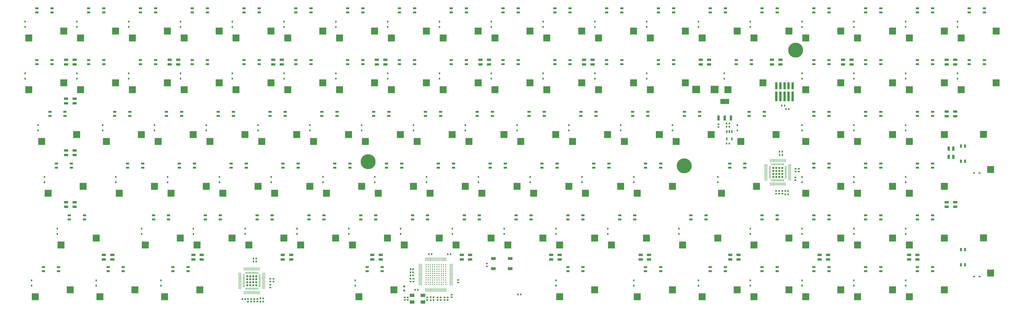
<source format=gbr>
G04 #@! TF.GenerationSoftware,KiCad,Pcbnew,(6.0.0-rc1-dev-711-gaf8715da8)*
G04 #@! TF.CreationDate,2018-11-26T01:45:55-05:00*
G04 #@! TF.ProjectId,Kira,4B6972612E6B696361645F7063620000,1.02c*
G04 #@! TF.SameCoordinates,Original*
G04 #@! TF.FileFunction,Paste,Bot*
G04 #@! TF.FilePolarity,Positive*
%FSLAX46Y46*%
G04 Gerber Fmt 4.6, Leading zero omitted, Abs format (unit mm)*
G04 Created by KiCad (PCBNEW (6.0.0-rc1-dev-711-gaf8715da8)) date 11/26/2018 1:45:55 AM*
%MOMM*%
%LPD*%
G01*
G04 APERTURE LIST*
%ADD10R,2.540000X2.540000*%
%ADD11R,1.470000X0.270000*%
%ADD12R,0.270000X1.470000*%
%ADD13C,0.370000*%
%ADD14C,5.500000*%
%ADD15R,1.300000X0.250000*%
%ADD16R,0.250000X1.300000*%
%ADD17R,0.660000X0.660000*%
%ADD18R,0.200000X0.750000*%
%ADD19R,0.750000X0.200000*%
%ADD20R,1.500000X0.900000*%
%ADD21R,0.900000X1.500000*%
%ADD22R,0.650000X0.600000*%
%ADD23R,0.600000X0.650000*%
%ADD24R,0.800000X1.244600*%
%ADD25R,1.244600X0.800000*%
%ADD26R,0.800000X0.500000*%
%ADD27R,0.500000X0.800000*%
%ADD28R,2.948940X2.700020*%
%ADD29R,0.797560X0.797560*%
%ADD30R,0.850000X3.550000*%
%ADD31R,0.850000X2.650000*%
%ADD32R,1.800000X1.100000*%
%ADD33R,0.950000X1.900000*%
%ADD34R,3.250000X1.900000*%
%ADD35R,0.550000X1.000000*%
%ADD36R,1.800000X1.200000*%
G04 APERTURE END LIST*
D10*
G04 #@! TO.C,S99*
X359310000Y-152718000D03*
X372210000Y-150114500D03*
G04 #@! TD*
G04 #@! TO.C,S98*
X340260000Y-152718000D03*
X353160000Y-150114500D03*
G04 #@! TD*
G04 #@! TO.C,S97*
X321210000Y-152718000D03*
X334110000Y-150114500D03*
G04 #@! TD*
G04 #@! TO.C,S96*
X302160000Y-152718000D03*
X315060000Y-150114500D03*
G04 #@! TD*
G04 #@! TO.C,S95*
X283110000Y-152718000D03*
X296010000Y-150114500D03*
G04 #@! TD*
G04 #@! TO.C,S94*
X259297000Y-152718000D03*
X272197000Y-150114500D03*
G04 #@! TD*
G04 #@! TO.C,S93*
X230723000Y-152718000D03*
X243623000Y-150114500D03*
G04 #@! TD*
G04 #@! TO.C,S92*
X156904000Y-152718000D03*
X169804000Y-150114500D03*
G04 #@! TD*
G04 #@! TO.C,S91*
X85466200Y-152718000D03*
X98366200Y-150114500D03*
G04 #@! TD*
G04 #@! TO.C,S90*
X61653800Y-152718000D03*
X74553800Y-150114500D03*
G04 #@! TD*
G04 #@! TO.C,S89*
X37841200Y-152718000D03*
X50741200Y-150114500D03*
G04 #@! TD*
G04 #@! TO.C,S88*
X389255000Y-143927000D03*
X386651500Y-131027000D03*
G04 #@! TD*
G04 #@! TO.C,S87*
X359310000Y-133668000D03*
X372210000Y-131064500D03*
G04 #@! TD*
G04 #@! TO.C,S86*
X340260000Y-133668000D03*
X353160000Y-131064500D03*
G04 #@! TD*
G04 #@! TO.C,S85*
X321210000Y-133668000D03*
X334110000Y-131064500D03*
G04 #@! TD*
G04 #@! TO.C,S84*
X302160000Y-133668000D03*
X315060000Y-131064500D03*
G04 #@! TD*
G04 #@! TO.C,S83*
X275966000Y-133668000D03*
X288866000Y-131064500D03*
G04 #@! TD*
G04 #@! TO.C,S82*
X249773000Y-133668000D03*
X262673000Y-131064500D03*
G04 #@! TD*
G04 #@! TO.C,S81*
X230723000Y-133668000D03*
X243623000Y-131064500D03*
G04 #@! TD*
G04 #@! TO.C,S80*
X224573000Y-131064500D03*
X211673000Y-133668000D03*
G04 #@! TD*
G04 #@! TO.C,S79*
X205523000Y-131064500D03*
X192623000Y-133668000D03*
G04 #@! TD*
G04 #@! TO.C,S78*
X186473000Y-131064500D03*
X173573000Y-133668000D03*
G04 #@! TD*
G04 #@! TO.C,S77*
X167423000Y-131064500D03*
X154523000Y-133668000D03*
G04 #@! TD*
G04 #@! TO.C,S76*
X135473000Y-133668000D03*
X148373000Y-131064500D03*
G04 #@! TD*
G04 #@! TO.C,S75*
X116423000Y-133668000D03*
X129323000Y-131064500D03*
G04 #@! TD*
G04 #@! TO.C,S74*
X97373000Y-133668000D03*
X110273000Y-131064500D03*
G04 #@! TD*
G04 #@! TO.C,S73*
X78322500Y-133668000D03*
X91222500Y-131064500D03*
G04 #@! TD*
G04 #@! TO.C,S72*
X47366200Y-133668000D03*
X60266200Y-131064500D03*
G04 #@! TD*
G04 #@! TO.C,S71*
X359310000Y-114618000D03*
X372210000Y-112014500D03*
G04 #@! TD*
G04 #@! TO.C,S70*
X340260000Y-114618000D03*
X353160000Y-112014500D03*
G04 #@! TD*
G04 #@! TO.C,S69*
X321210000Y-114618000D03*
X334110000Y-112014500D03*
G04 #@! TD*
G04 #@! TO.C,S68*
X290254000Y-114618000D03*
X303154000Y-112014500D03*
G04 #@! TD*
G04 #@! TO.C,S67*
X259297000Y-114618000D03*
X272197000Y-112014500D03*
G04 #@! TD*
G04 #@! TO.C,S66*
X240247000Y-114618000D03*
X253147000Y-112014500D03*
G04 #@! TD*
G04 #@! TO.C,S65*
X221197000Y-114618000D03*
X234097000Y-112014500D03*
G04 #@! TD*
G04 #@! TO.C,S64*
X202147000Y-114618000D03*
X215047000Y-112014500D03*
G04 #@! TD*
G04 #@! TO.C,S63*
X195997000Y-112014500D03*
X183097000Y-114618000D03*
G04 #@! TD*
G04 #@! TO.C,S62*
X164047000Y-114618000D03*
X176947000Y-112014500D03*
G04 #@! TD*
G04 #@! TO.C,S61*
X144997000Y-114618000D03*
X157897000Y-112014500D03*
G04 #@! TD*
G04 #@! TO.C,S60*
X125947000Y-114618000D03*
X138847000Y-112014500D03*
G04 #@! TD*
G04 #@! TO.C,S59*
X106897000Y-114618000D03*
X119797000Y-112014500D03*
G04 #@! TD*
G04 #@! TO.C,S58*
X87847500Y-114618000D03*
X100747500Y-112014500D03*
G04 #@! TD*
G04 #@! TO.C,S57*
X68797500Y-114618000D03*
X81697500Y-112014500D03*
G04 #@! TD*
G04 #@! TO.C,S56*
X42603800Y-114618000D03*
X55503800Y-112014500D03*
G04 #@! TD*
G04 #@! TO.C,S55*
X389255000Y-105827000D03*
X386651500Y-92927000D03*
G04 #@! TD*
G04 #@! TO.C,S54*
X359310000Y-95567500D03*
X372210000Y-92964000D03*
G04 #@! TD*
G04 #@! TO.C,S53*
X340260000Y-95567500D03*
X353160000Y-92964000D03*
G04 #@! TD*
G04 #@! TO.C,S52*
X321210000Y-95567500D03*
X334110000Y-92964000D03*
G04 #@! TD*
G04 #@! TO.C,S51*
X297397000Y-95567500D03*
X310297000Y-92964000D03*
G04 #@! TD*
G04 #@! TO.C,S50*
X273585000Y-95567500D03*
X286485000Y-92964000D03*
G04 #@! TD*
G04 #@! TO.C,S49*
X254535000Y-95567500D03*
X267435000Y-92964000D03*
G04 #@! TD*
G04 #@! TO.C,S48*
X235485000Y-95567500D03*
X248385000Y-92964000D03*
G04 #@! TD*
G04 #@! TO.C,S47*
X216435000Y-95567500D03*
X229335000Y-92964000D03*
G04 #@! TD*
G04 #@! TO.C,S46*
X197385000Y-95567500D03*
X210285000Y-92964000D03*
G04 #@! TD*
G04 #@! TO.C,S45*
X178335000Y-95567500D03*
X191235000Y-92964000D03*
G04 #@! TD*
G04 #@! TO.C,S44*
X159285000Y-95567500D03*
X172185000Y-92964000D03*
G04 #@! TD*
G04 #@! TO.C,S43*
X140235000Y-95567500D03*
X153135000Y-92964000D03*
G04 #@! TD*
G04 #@! TO.C,S42*
X121185000Y-95567500D03*
X134085000Y-92964000D03*
G04 #@! TD*
G04 #@! TO.C,S41*
X102135000Y-95567500D03*
X115035000Y-92964000D03*
G04 #@! TD*
G04 #@! TO.C,S40*
X83085000Y-95567500D03*
X95985000Y-92964000D03*
G04 #@! TD*
G04 #@! TO.C,S39*
X64035000Y-95567500D03*
X76935000Y-92964000D03*
G04 #@! TD*
G04 #@! TO.C,S38*
X40222500Y-95567500D03*
X53122500Y-92964000D03*
G04 #@! TD*
G04 #@! TO.C,S37*
X378360000Y-76517500D03*
X391260000Y-73914000D03*
G04 #@! TD*
G04 #@! TO.C,S36*
X359310000Y-76517500D03*
X372210000Y-73914000D03*
G04 #@! TD*
G04 #@! TO.C,S35*
X340260000Y-76517500D03*
X353160000Y-73914000D03*
G04 #@! TD*
G04 #@! TO.C,S34*
X321210000Y-76517500D03*
X334110000Y-73914000D03*
G04 #@! TD*
G04 #@! TO.C,S33*
X292635000Y-76517500D03*
X305535000Y-73914000D03*
G04 #@! TD*
G04 #@! TO.C,S32*
X264060000Y-76517500D03*
X276960000Y-73914000D03*
G04 #@! TD*
G04 #@! TO.C,S31*
X245010000Y-76517500D03*
X257910000Y-73914000D03*
G04 #@! TD*
G04 #@! TO.C,S30*
X225960000Y-76517500D03*
X238860000Y-73914000D03*
G04 #@! TD*
G04 #@! TO.C,S29*
X206910000Y-76517500D03*
X219810000Y-73914000D03*
G04 #@! TD*
G04 #@! TO.C,S28*
X187860000Y-76517500D03*
X200760000Y-73914000D03*
G04 #@! TD*
G04 #@! TO.C,S27*
X168810000Y-76517500D03*
X181710000Y-73914000D03*
G04 #@! TD*
G04 #@! TO.C,S26*
X149760000Y-76517500D03*
X162660000Y-73914000D03*
G04 #@! TD*
G04 #@! TO.C,S25*
X130710000Y-76517500D03*
X143610000Y-73914000D03*
G04 #@! TD*
G04 #@! TO.C,S24*
X111660000Y-76517500D03*
X124560000Y-73914000D03*
G04 #@! TD*
G04 #@! TO.C,S23*
X92610000Y-76517500D03*
X105510000Y-73914000D03*
G04 #@! TD*
G04 #@! TO.C,S22*
X73560000Y-76517500D03*
X86460000Y-73914000D03*
G04 #@! TD*
G04 #@! TO.C,S21*
X54510000Y-76517500D03*
X67410000Y-73914000D03*
G04 #@! TD*
G04 #@! TO.C,S20*
X35460000Y-76517500D03*
X48360000Y-73914000D03*
G04 #@! TD*
G04 #@! TO.C,S19*
X378360000Y-57467500D03*
X391260000Y-54864000D03*
G04 #@! TD*
G04 #@! TO.C,S18*
X359310000Y-57467500D03*
X372210000Y-54864000D03*
G04 #@! TD*
G04 #@! TO.C,S17*
X340260000Y-57467500D03*
X353160000Y-54864000D03*
G04 #@! TD*
G04 #@! TO.C,S16*
X321210000Y-57467500D03*
X334110000Y-54864000D03*
G04 #@! TD*
G04 #@! TO.C,S15*
X302160000Y-57467500D03*
X315060000Y-54864000D03*
G04 #@! TD*
G04 #@! TO.C,S14*
X283110000Y-57467500D03*
X296010000Y-54864000D03*
G04 #@! TD*
G04 #@! TO.C,S13*
X264060000Y-57467500D03*
X276960000Y-54864000D03*
G04 #@! TD*
G04 #@! TO.C,S12*
X245010000Y-57467500D03*
X257910000Y-54864000D03*
G04 #@! TD*
G04 #@! TO.C,S11*
X225960000Y-57467500D03*
X238860000Y-54864000D03*
G04 #@! TD*
G04 #@! TO.C,S10*
X206910000Y-57467500D03*
X219810000Y-54864000D03*
G04 #@! TD*
G04 #@! TO.C,S9*
X187860000Y-57467500D03*
X200760000Y-54864000D03*
G04 #@! TD*
G04 #@! TO.C,S8*
X168810000Y-57467500D03*
X181710000Y-54864000D03*
G04 #@! TD*
G04 #@! TO.C,S7*
X149760000Y-57467500D03*
X162660000Y-54864000D03*
G04 #@! TD*
G04 #@! TO.C,S6*
X130710000Y-57467500D03*
X143610000Y-54864000D03*
G04 #@! TD*
G04 #@! TO.C,S5*
X111660000Y-57467500D03*
X124560000Y-54864000D03*
G04 #@! TD*
G04 #@! TO.C,S4*
X92610000Y-57467500D03*
X105510000Y-54864000D03*
G04 #@! TD*
G04 #@! TO.C,S3*
X73560000Y-57467500D03*
X86460000Y-54864000D03*
G04 #@! TD*
G04 #@! TO.C,S2*
X54510000Y-57467500D03*
X67410000Y-54864000D03*
G04 #@! TD*
G04 #@! TO.C,S1*
X35460000Y-57467500D03*
X48360000Y-54864000D03*
G04 #@! TD*
D11*
G04 #@! TO.C,U1*
X179528000Y-148271000D03*
X179528000Y-147771000D03*
X179528000Y-147271000D03*
X179528000Y-146771000D03*
X179528000Y-146271000D03*
X179528000Y-145771000D03*
X179528000Y-145271000D03*
X179528000Y-144771000D03*
X179528000Y-144271000D03*
X179528000Y-143771000D03*
X179528000Y-143271000D03*
X179528000Y-142771000D03*
X179528000Y-142271000D03*
X179528000Y-141771000D03*
X179528000Y-141271000D03*
X179528000Y-140771000D03*
D12*
X181448000Y-138851000D03*
X181948000Y-138851000D03*
X182448000Y-138851000D03*
X182948000Y-138851000D03*
X183448000Y-138851000D03*
X183948000Y-138851000D03*
X184448000Y-138851000D03*
X184948000Y-138851000D03*
X185448000Y-138851000D03*
X185948000Y-138851000D03*
X186448000Y-138851000D03*
X186948000Y-138851000D03*
X187448000Y-138851000D03*
X187948000Y-138851000D03*
X188448000Y-138851000D03*
X188948000Y-138851000D03*
D11*
X190868000Y-140771000D03*
X190868000Y-141271000D03*
X190868000Y-141771000D03*
X190868000Y-142271000D03*
X190868000Y-142771000D03*
X190868000Y-143271000D03*
X190868000Y-143771000D03*
X190868000Y-144271000D03*
X190868000Y-144771000D03*
X190868000Y-145271000D03*
X190868000Y-145771000D03*
X190868000Y-146271000D03*
X190868000Y-146771000D03*
X190868000Y-147271000D03*
X190868000Y-147771000D03*
X190868000Y-148271000D03*
D12*
X188948000Y-150191000D03*
X188448000Y-150191000D03*
X187948000Y-150191000D03*
X187448000Y-150191000D03*
X186948000Y-150191000D03*
X186448000Y-150191000D03*
X185948000Y-150191000D03*
X185448000Y-150191000D03*
X184948000Y-150191000D03*
X184448000Y-150191000D03*
X183948000Y-150191000D03*
X183448000Y-150191000D03*
X182948000Y-150191000D03*
X182448000Y-150191000D03*
X181948000Y-150191000D03*
X181448000Y-150191000D03*
D13*
X181598000Y-148121000D03*
X181598000Y-147321000D03*
X181598000Y-146521000D03*
X181598000Y-145721000D03*
X181598000Y-144921000D03*
X181598000Y-144121000D03*
X181598000Y-143321000D03*
X181598000Y-142521000D03*
X181598000Y-141721000D03*
X181598000Y-140921000D03*
X182398000Y-148121000D03*
X182398000Y-147321000D03*
X182398000Y-146521000D03*
X182398000Y-145721000D03*
X182398000Y-144921000D03*
X182398000Y-144121000D03*
X182398000Y-143321000D03*
X182398000Y-142521000D03*
X182398000Y-141721000D03*
X182398000Y-140921000D03*
X183198000Y-148121000D03*
X183198000Y-147321000D03*
X183198000Y-146521000D03*
X183198000Y-145721000D03*
X183198000Y-144921000D03*
X183198000Y-144121000D03*
X183198000Y-143321000D03*
X183198000Y-142521000D03*
X183198000Y-141721000D03*
X183198000Y-140921000D03*
X183998000Y-148121000D03*
X183998000Y-147321000D03*
X183998000Y-146521000D03*
X183998000Y-145721000D03*
X183998000Y-144921000D03*
X183998000Y-144121000D03*
X183998000Y-143321000D03*
X183998000Y-142521000D03*
X183998000Y-141721000D03*
X183998000Y-140921000D03*
X184798000Y-148121000D03*
X184798000Y-147321000D03*
X184798000Y-146521000D03*
X184798000Y-145721000D03*
X184798000Y-144921000D03*
X184798000Y-144121000D03*
X184798000Y-143321000D03*
X184798000Y-142521000D03*
X184798000Y-141721000D03*
X184798000Y-140921000D03*
X185598000Y-148121000D03*
X185598000Y-147321000D03*
X185598000Y-146521000D03*
X185598000Y-145721000D03*
X185598000Y-144921000D03*
X185598000Y-144121000D03*
X185598000Y-143321000D03*
X185598000Y-142521000D03*
X185598000Y-141721000D03*
X185598000Y-140921000D03*
X186398000Y-148121000D03*
X186398000Y-147321000D03*
X186398000Y-146521000D03*
X186398000Y-145721000D03*
X186398000Y-144921000D03*
X186398000Y-144121000D03*
X186398000Y-143321000D03*
X186398000Y-142521000D03*
X186398000Y-141721000D03*
X186398000Y-140921000D03*
X187198000Y-148121000D03*
X187198000Y-147321000D03*
X187198000Y-146521000D03*
X187198000Y-145721000D03*
X187198000Y-144921000D03*
X187198000Y-144121000D03*
X187198000Y-143321000D03*
X187198000Y-142521000D03*
X187198000Y-141721000D03*
X187198000Y-140921000D03*
X187998000Y-148121000D03*
X187998000Y-147321000D03*
X187998000Y-146521000D03*
X187998000Y-145721000D03*
X187998000Y-144921000D03*
X187998000Y-144121000D03*
X187998000Y-143321000D03*
X187998000Y-142521000D03*
X187998000Y-141721000D03*
X187998000Y-140921000D03*
X188798000Y-148121000D03*
X188798000Y-147321000D03*
X188798000Y-146521000D03*
X188798000Y-145721000D03*
X188798000Y-144921000D03*
X188798000Y-144121000D03*
X188798000Y-143321000D03*
X188798000Y-142521000D03*
X188798000Y-141721000D03*
X188798000Y-140921000D03*
G04 #@! TD*
D14*
G04 #@! TO.C,MH1*
X160312000Y-103022000D03*
G04 #@! TD*
G04 #@! TO.C,MH2*
X276555000Y-104508000D03*
G04 #@! TD*
D15*
G04 #@! TO.C,U3*
X306590000Y-108637000D03*
X306590000Y-109637000D03*
X306590000Y-109137000D03*
X306590000Y-108137000D03*
X306590000Y-107637000D03*
X306590000Y-107137000D03*
X306590000Y-104137000D03*
X306590000Y-104637000D03*
X306590000Y-105137000D03*
X306590000Y-106137000D03*
X306590000Y-106637000D03*
X306590000Y-105637000D03*
D16*
X309690000Y-111237000D03*
X310690000Y-111237000D03*
X310190000Y-111237000D03*
X309190000Y-111237000D03*
X308690000Y-111237000D03*
X308190000Y-111237000D03*
X311190000Y-111237000D03*
X311690000Y-111237000D03*
X312190000Y-111237000D03*
X313190000Y-111237000D03*
X313690000Y-111237000D03*
X312690000Y-111237000D03*
D15*
X315290000Y-105637000D03*
X315290000Y-106637000D03*
X315290000Y-106137000D03*
X315290000Y-105137000D03*
X315290000Y-104637000D03*
X315290000Y-104137000D03*
X315290000Y-107137000D03*
X315290000Y-107637000D03*
X315290000Y-108137000D03*
X315290000Y-109137000D03*
X315290000Y-109637000D03*
X315290000Y-108637000D03*
D16*
X312690000Y-102537000D03*
X313690000Y-102537000D03*
X313190000Y-102537000D03*
X312190000Y-102537000D03*
X311690000Y-102537000D03*
X311190000Y-102537000D03*
X308190000Y-102537000D03*
X308690000Y-102537000D03*
X309190000Y-102537000D03*
X310190000Y-102537000D03*
X310690000Y-102537000D03*
X309690000Y-102537000D03*
D17*
X312590000Y-108537000D03*
X311490000Y-108537000D03*
X309290000Y-108537000D03*
X310390000Y-108537000D03*
D18*
X308740000Y-109812000D03*
X309140000Y-109812000D03*
X309540000Y-109812000D03*
X309940000Y-109812000D03*
X310340000Y-109812000D03*
X310740000Y-109812000D03*
X311140000Y-109812000D03*
X311540000Y-109812000D03*
X311940000Y-109812000D03*
X312340000Y-109812000D03*
X312740000Y-109812000D03*
X313140000Y-109812000D03*
D19*
X313865000Y-107487000D03*
X313865000Y-107087000D03*
X313865000Y-106687000D03*
X313865000Y-106287000D03*
X313865000Y-105887000D03*
X313865000Y-105487000D03*
X313865000Y-105087000D03*
X313865000Y-104687000D03*
D18*
X309940000Y-103962000D03*
X309540000Y-103962000D03*
X309140000Y-103962000D03*
X308740000Y-103962000D03*
X313140000Y-103962000D03*
X312740000Y-103962000D03*
X312340000Y-103962000D03*
X311940000Y-103962000D03*
X311540000Y-103962000D03*
X311140000Y-103962000D03*
X310740000Y-103962000D03*
X310340000Y-103962000D03*
D19*
X313865000Y-109087000D03*
X313865000Y-108687000D03*
X313865000Y-108287000D03*
X313865000Y-107887000D03*
X308015000Y-104687000D03*
X308015000Y-105087000D03*
X308015000Y-105487000D03*
X308015000Y-105887000D03*
X308015000Y-106287000D03*
X308015000Y-106687000D03*
X308015000Y-107087000D03*
X308015000Y-107487000D03*
X308015000Y-107887000D03*
X308015000Y-108287000D03*
X308015000Y-108687000D03*
X308015000Y-109087000D03*
D17*
X310390000Y-107437000D03*
X309290000Y-107437000D03*
X311490000Y-107437000D03*
X312590000Y-107437000D03*
X312590000Y-105237000D03*
X311490000Y-105237000D03*
X309290000Y-105237000D03*
X310390000Y-105237000D03*
X310390000Y-106337000D03*
X309290000Y-106337000D03*
X311490000Y-106337000D03*
X312590000Y-106337000D03*
G04 #@! TD*
D15*
G04 #@! TO.C,U2*
X113153000Y-148540000D03*
X113153000Y-149540000D03*
X113153000Y-149040000D03*
X113153000Y-148040000D03*
X113153000Y-147540000D03*
X113153000Y-147040000D03*
X113153000Y-144040000D03*
X113153000Y-144540000D03*
X113153000Y-145040000D03*
X113153000Y-146040000D03*
X113153000Y-146540000D03*
X113153000Y-145540000D03*
D16*
X116253000Y-151140000D03*
X117253000Y-151140000D03*
X116753000Y-151140000D03*
X115753000Y-151140000D03*
X115253000Y-151140000D03*
X114753000Y-151140000D03*
X117753000Y-151140000D03*
X118253000Y-151140000D03*
X118753000Y-151140000D03*
X119753000Y-151140000D03*
X120253000Y-151140000D03*
X119253000Y-151140000D03*
D15*
X121853000Y-145540000D03*
X121853000Y-146540000D03*
X121853000Y-146040000D03*
X121853000Y-145040000D03*
X121853000Y-144540000D03*
X121853000Y-144040000D03*
X121853000Y-147040000D03*
X121853000Y-147540000D03*
X121853000Y-148040000D03*
X121853000Y-149040000D03*
X121853000Y-149540000D03*
X121853000Y-148540000D03*
D16*
X119253000Y-142440000D03*
X120253000Y-142440000D03*
X119753000Y-142440000D03*
X118753000Y-142440000D03*
X118253000Y-142440000D03*
X117753000Y-142440000D03*
X114753000Y-142440000D03*
X115253000Y-142440000D03*
X115753000Y-142440000D03*
X116753000Y-142440000D03*
X117253000Y-142440000D03*
X116253000Y-142440000D03*
D17*
X119153000Y-148440000D03*
X118053000Y-148440000D03*
X115853000Y-148440000D03*
X116953000Y-148440000D03*
D18*
X115303000Y-149715000D03*
X115703000Y-149715000D03*
X116103000Y-149715000D03*
X116503000Y-149715000D03*
X116903000Y-149715000D03*
X117303000Y-149715000D03*
X117703000Y-149715000D03*
X118103000Y-149715000D03*
X118503000Y-149715000D03*
X118903000Y-149715000D03*
X119303000Y-149715000D03*
X119703000Y-149715000D03*
D19*
X120428000Y-147390000D03*
X120428000Y-146990000D03*
X120428000Y-146590000D03*
X120428000Y-146190000D03*
X120428000Y-145790000D03*
X120428000Y-145390000D03*
X120428000Y-144990000D03*
X120428000Y-144590000D03*
D18*
X116503000Y-143865000D03*
X116103000Y-143865000D03*
X115703000Y-143865000D03*
X115303000Y-143865000D03*
X119703000Y-143865000D03*
X119303000Y-143865000D03*
X118903000Y-143865000D03*
X118503000Y-143865000D03*
X118103000Y-143865000D03*
X117703000Y-143865000D03*
X117303000Y-143865000D03*
X116903000Y-143865000D03*
D19*
X120428000Y-148990000D03*
X120428000Y-148590000D03*
X120428000Y-148190000D03*
X120428000Y-147790000D03*
X114578000Y-144590000D03*
X114578000Y-144990000D03*
X114578000Y-145390000D03*
X114578000Y-145790000D03*
X114578000Y-146190000D03*
X114578000Y-146590000D03*
X114578000Y-146990000D03*
X114578000Y-147390000D03*
X114578000Y-147790000D03*
X114578000Y-148190000D03*
X114578000Y-148590000D03*
X114578000Y-148990000D03*
D17*
X116953000Y-147340000D03*
X115853000Y-147340000D03*
X118053000Y-147340000D03*
X119153000Y-147340000D03*
X119153000Y-145140000D03*
X118053000Y-145140000D03*
X115853000Y-145140000D03*
X116953000Y-145140000D03*
X116953000Y-146240000D03*
X115853000Y-146240000D03*
X118053000Y-146240000D03*
X119153000Y-146240000D03*
G04 #@! TD*
D20*
G04 #@! TO.C,LED89*
X194723000Y-137262000D03*
X194723000Y-138962000D03*
X197823000Y-138962000D03*
X197823000Y-137262000D03*
G04 #@! TD*
G04 #@! TO.C,LED85*
X96009100Y-137262000D03*
X96009100Y-138962000D03*
X99109100Y-138962000D03*
X99109100Y-137262000D03*
G04 #@! TD*
D14*
G04 #@! TO.C,MH3*
X317500000Y-61912500D03*
G04 #@! TD*
D20*
G04 #@! TO.C,LED115*
X239750000Y-67207500D03*
X239750000Y-65507500D03*
X242850000Y-65507500D03*
X242850000Y-67207500D03*
G04 #@! TD*
G04 #@! TO.C,LED120*
X308806000Y-67207500D03*
X308806000Y-65507500D03*
X311906000Y-65507500D03*
X311906000Y-67207500D03*
G04 #@! TD*
G04 #@! TO.C,LED30*
X201650000Y-67207500D03*
X201650000Y-65507500D03*
X204750000Y-65507500D03*
X204750000Y-67207500D03*
G04 #@! TD*
G04 #@! TO.C,LED88*
X164918000Y-137262000D03*
X164918000Y-138962000D03*
X161818000Y-138962000D03*
X161818000Y-137262000D03*
G04 #@! TD*
G04 #@! TO.C,LED118*
X282612000Y-67207500D03*
X282612000Y-65507500D03*
X285712000Y-65507500D03*
X285712000Y-67207500D03*
G04 #@! TD*
G04 #@! TO.C,LED27*
X163550000Y-67207500D03*
X163550000Y-65507500D03*
X166650000Y-65507500D03*
X166650000Y-67207500D03*
G04 #@! TD*
G04 #@! TO.C,LED92*
X263632000Y-137262000D03*
X263632000Y-138962000D03*
X260532000Y-138962000D03*
X260532000Y-137262000D03*
G04 #@! TD*
G04 #@! TO.C,LED86*
X128914000Y-138962000D03*
X128914000Y-137262000D03*
X132014000Y-137262000D03*
X132014000Y-138962000D03*
G04 #@! TD*
G04 #@! TO.C,LED122*
X335000000Y-67207500D03*
X335000000Y-65507500D03*
X338100000Y-65507500D03*
X338100000Y-67207500D03*
G04 #@! TD*
G04 #@! TO.C,LED24*
X125450000Y-67207500D03*
X125450000Y-65507500D03*
X128550000Y-65507500D03*
X128550000Y-67207500D03*
G04 #@! TD*
G04 #@! TO.C,LED95*
X293436000Y-138962000D03*
X293436000Y-137262000D03*
X296536000Y-137262000D03*
X296536000Y-138962000D03*
G04 #@! TD*
G04 #@! TO.C,LED90*
X227627000Y-138962000D03*
X227627000Y-137262000D03*
X230727000Y-137262000D03*
X230727000Y-138962000D03*
G04 #@! TD*
G04 #@! TO.C,LED113*
X373100000Y-67207500D03*
X373100000Y-65507500D03*
X376200000Y-65507500D03*
X376200000Y-67207500D03*
G04 #@! TD*
G04 #@! TO.C,LED21*
X87350000Y-67207500D03*
X87350000Y-65507500D03*
X90450000Y-65507500D03*
X90450000Y-67207500D03*
G04 #@! TD*
G04 #@! TO.C,LED98*
X329441000Y-137262000D03*
X329441000Y-138962000D03*
X326341000Y-138962000D03*
X326341000Y-137262000D03*
G04 #@! TD*
G04 #@! TO.C,LED108*
X376200000Y-84557500D03*
X376200000Y-86257500D03*
X373100000Y-86257500D03*
X373100000Y-84557500D03*
G04 #@! TD*
G04 #@! TO.C,LED33*
X52350000Y-79795000D03*
X52350000Y-81495000D03*
X49250000Y-81495000D03*
X49250000Y-79795000D03*
G04 #@! TD*
G04 #@! TO.C,LED100*
X362345000Y-137262000D03*
X362345000Y-138962000D03*
X359245000Y-138962000D03*
X359245000Y-137262000D03*
G04 #@! TD*
D21*
G04 #@! TO.C,LED106*
X373800000Y-98145000D03*
X375500000Y-98145000D03*
X375500000Y-101245000D03*
X373800000Y-101245000D03*
G04 #@! TD*
D20*
G04 #@! TO.C,LED49*
X52350000Y-98845000D03*
X52350000Y-100545000D03*
X49250000Y-100545000D03*
X49250000Y-98845000D03*
G04 #@! TD*
G04 #@! TO.C,LED18*
X49250000Y-67207500D03*
X49250000Y-65507500D03*
X52350000Y-65507500D03*
X52350000Y-67207500D03*
G04 #@! TD*
G04 #@! TO.C,LED104*
X376200000Y-117895000D03*
X376200000Y-119595000D03*
X373100000Y-119595000D03*
X373100000Y-117895000D03*
G04 #@! TD*
G04 #@! TO.C,LED82*
X66204500Y-137262000D03*
X66204500Y-138962000D03*
X63104500Y-138962000D03*
X63104500Y-137262000D03*
G04 #@! TD*
G04 #@! TO.C,LED65*
X52350000Y-117895000D03*
X52350000Y-119595000D03*
X49250000Y-119595000D03*
X49250000Y-117895000D03*
G04 #@! TD*
D22*
G04 #@! TO.C,C1*
X117249000Y-154495000D03*
X117249000Y-153495000D03*
G04 #@! TD*
D23*
G04 #@! TO.C,C2*
X118156000Y-139775000D03*
X119156000Y-139775000D03*
G04 #@! TD*
G04 #@! TO.C,C3*
X118156000Y-138631000D03*
X119156000Y-138631000D03*
G04 #@! TD*
D22*
G04 #@! TO.C,C5*
X124344400Y-146061000D03*
X124344400Y-147061000D03*
G04 #@! TD*
G04 #@! TO.C,C6*
X125487400Y-146061000D03*
X125487400Y-147061000D03*
G04 #@! TD*
D23*
G04 #@! TO.C,C7*
X121686000Y-153296000D03*
X120686000Y-153296000D03*
G04 #@! TD*
G04 #@! TO.C,C8*
X121686000Y-154440000D03*
X120686000Y-154440000D03*
G04 #@! TD*
D22*
G04 #@! TO.C,C9*
X176983000Y-147094000D03*
X176983000Y-146094000D03*
G04 #@! TD*
G04 #@! TO.C,C10*
X193366000Y-147467000D03*
X193366000Y-146467000D03*
G04 #@! TD*
D23*
G04 #@! TO.C,C11*
X183341000Y-152817000D03*
X184341000Y-152817000D03*
G04 #@! TD*
G04 #@! TO.C,C12*
X189619000Y-137033000D03*
X190619000Y-137033000D03*
G04 #@! TD*
D22*
G04 #@! TO.C,C13*
X312591000Y-113754000D03*
X312591000Y-114754000D03*
G04 #@! TD*
D23*
G04 #@! TO.C,C14*
X312583000Y-100538000D03*
X311583000Y-100538000D03*
G04 #@! TD*
G04 #@! TO.C,C15*
X312583000Y-99267000D03*
X311583000Y-99267000D03*
G04 #@! TD*
D22*
G04 #@! TO.C,C16*
X317544000Y-105625000D03*
X317544000Y-106625000D03*
G04 #@! TD*
G04 #@! TO.C,C17*
X318687000Y-105625000D03*
X318687000Y-106625000D03*
G04 #@! TD*
G04 #@! TO.C,C18*
X203962000Y-141534000D03*
X203962000Y-140534000D03*
G04 #@! TD*
D23*
G04 #@! TO.C,C19*
X313742000Y-113746000D03*
X314742000Y-113746000D03*
G04 #@! TD*
G04 #@! TO.C,C20*
X313742000Y-115016000D03*
X314742000Y-115016000D03*
G04 #@! TD*
D22*
G04 #@! TO.C,C21*
X175840000Y-147094000D03*
X175840000Y-146094000D03*
G04 #@! TD*
G04 #@! TO.C,R1*
X119535000Y-154495000D03*
X119535000Y-153495000D03*
G04 #@! TD*
G04 #@! TO.C,R2*
X118392000Y-154495000D03*
X118392000Y-153495000D03*
G04 #@! TD*
G04 #@! TO.C,R3*
X116106000Y-154495000D03*
X116106000Y-153495000D03*
G04 #@! TD*
G04 #@! TO.C,R4*
X186976000Y-152911000D03*
X186976000Y-153911000D03*
G04 #@! TD*
G04 #@! TO.C,R5*
X185833000Y-152911000D03*
X185833000Y-153911000D03*
G04 #@! TD*
D23*
G04 #@! TO.C,R6*
X115082000Y-153550000D03*
X114082000Y-153550000D03*
G04 #@! TD*
D22*
G04 #@! TO.C,R7*
X124347000Y-149278000D03*
X124347000Y-148278000D03*
G04 #@! TD*
G04 #@! TO.C,R8*
X311448000Y-113754000D03*
X311448000Y-114754000D03*
G04 #@! TD*
G04 #@! TO.C,R9*
X310305000Y-113754000D03*
X310305000Y-114754000D03*
G04 #@! TD*
G04 #@! TO.C,R10*
X188373000Y-153911000D03*
X188373000Y-152911000D03*
G04 #@! TD*
G04 #@! TO.C,R11*
X189516000Y-153911000D03*
X189516000Y-152911000D03*
G04 #@! TD*
G04 #@! TO.C,R12*
X173736000Y-153916000D03*
X173736000Y-152916000D03*
G04 #@! TD*
G04 #@! TO.C,R13*
X317417000Y-108737000D03*
X317417000Y-109737000D03*
G04 #@! TD*
D23*
G04 #@! TO.C,C22*
X182634000Y-137033000D03*
X183634000Y-137033000D03*
G04 #@! TD*
G04 #@! TO.C,C23*
X175848000Y-142530000D03*
X176848000Y-142530000D03*
G04 #@! TD*
G04 #@! TO.C,C24*
X177554000Y-150178000D03*
X178554000Y-150178000D03*
G04 #@! TD*
G04 #@! TO.C,C25*
X183333000Y-153960000D03*
X184333000Y-153960000D03*
G04 #@! TD*
D22*
G04 #@! TO.C,C26*
X191008000Y-151900000D03*
X191008000Y-152900000D03*
G04 #@! TD*
D23*
G04 #@! TO.C,C27*
X175848000Y-144816000D03*
X176848000Y-144816000D03*
G04 #@! TD*
G04 #@! TO.C,C28*
X175848000Y-143673000D03*
X176848000Y-143673000D03*
G04 #@! TD*
D22*
G04 #@! TO.C,C29*
X289179000Y-90225500D03*
X289179000Y-89225500D03*
G04 #@! TD*
D23*
G04 #@! TO.C,C30*
X293108000Y-88963500D03*
X292108000Y-88963500D03*
G04 #@! TD*
G04 #@! TO.C,C31*
X293108000Y-90106500D03*
X292108000Y-90106500D03*
G04 #@! TD*
G04 #@! TO.C,C32*
X293108000Y-96329500D03*
X292108000Y-96329500D03*
G04 #@! TD*
D22*
G04 #@! TO.C,C33*
X182023000Y-152911000D03*
X182023000Y-153911000D03*
G04 #@! TD*
G04 #@! TO.C,C34*
X174879000Y-153916000D03*
X174879000Y-152916000D03*
G04 #@! TD*
D23*
G04 #@! TO.C,R14*
X216400000Y-151828000D03*
X215400000Y-151828000D03*
G04 #@! TD*
D24*
G04 #@! TO.C,LED107*
X378346000Y-97231700D03*
X379846000Y-97231700D03*
X379846000Y-102794300D03*
X378346000Y-102794300D03*
G04 #@! TD*
G04 #@! TO.C,LED102*
X378346000Y-135331700D03*
X379846000Y-135331700D03*
X379846000Y-140894300D03*
X378346000Y-140894300D03*
G04 #@! TD*
D25*
G04 #@! TO.C,LED64*
X348856300Y-103708000D03*
X348856300Y-105208000D03*
X343293700Y-105208000D03*
X343293700Y-103708000D03*
G04 #@! TD*
G04 #@! TO.C,LED123*
X348856300Y-46558000D03*
X348856300Y-48058000D03*
X343293700Y-48058000D03*
X343293700Y-46558000D03*
G04 #@! TD*
G04 #@! TO.C,LED124*
X367906300Y-46558000D03*
X367906300Y-48058000D03*
X362343700Y-48058000D03*
X362343700Y-46558000D03*
G04 #@! TD*
G04 #@! TO.C,LED125*
X386956300Y-46558000D03*
X386956300Y-48058000D03*
X381393700Y-48058000D03*
X381393700Y-46558000D03*
G04 #@! TD*
G04 #@! TO.C,LED114*
X386956300Y-65608000D03*
X386956300Y-67108000D03*
X381393700Y-67108000D03*
X381393700Y-65608000D03*
G04 #@! TD*
G04 #@! TO.C,LED77*
X284562300Y-122758000D03*
X284562300Y-124258000D03*
X278999700Y-124258000D03*
X278999700Y-122758000D03*
G04 #@! TD*
G04 #@! TO.C,LED78*
X310756300Y-122758000D03*
X310756300Y-124258000D03*
X305193700Y-124258000D03*
X305193700Y-122758000D03*
G04 #@! TD*
G04 #@! TO.C,LED63*
X329806300Y-103708000D03*
X329806300Y-105208000D03*
X324243700Y-105208000D03*
X324243700Y-103708000D03*
G04 #@! TD*
G04 #@! TO.C,LED105*
X362343700Y-105208000D03*
X362343700Y-103708000D03*
X367906300Y-103708000D03*
X367906300Y-105208000D03*
G04 #@! TD*
G04 #@! TO.C,LED80*
X348856300Y-122758000D03*
X348856300Y-124258000D03*
X343293700Y-124258000D03*
X343293700Y-122758000D03*
G04 #@! TD*
G04 #@! TO.C,LED103*
X362343700Y-124258000D03*
X362343700Y-122758000D03*
X367906300Y-122758000D03*
X367906300Y-124258000D03*
G04 #@! TD*
G04 #@! TO.C,LED14*
X291706300Y-46557500D03*
X291706300Y-48057500D03*
X286143700Y-48057500D03*
X286143700Y-46557500D03*
G04 #@! TD*
G04 #@! TO.C,LED1*
X44056300Y-46557500D03*
X44056300Y-48057500D03*
X38493700Y-48057500D03*
X38493700Y-46557500D03*
G04 #@! TD*
G04 #@! TO.C,LED2*
X63106300Y-46557500D03*
X63106300Y-48057500D03*
X57543700Y-48057500D03*
X57543700Y-46557500D03*
G04 #@! TD*
G04 #@! TO.C,LED3*
X82156300Y-46557500D03*
X82156300Y-48057500D03*
X76593700Y-48057500D03*
X76593700Y-46557500D03*
G04 #@! TD*
G04 #@! TO.C,LED4*
X101206300Y-46557500D03*
X101206300Y-48057500D03*
X95643700Y-48057500D03*
X95643700Y-46557500D03*
G04 #@! TD*
G04 #@! TO.C,LED5*
X120256300Y-46557500D03*
X120256300Y-48057500D03*
X114693700Y-48057500D03*
X114693700Y-46557500D03*
G04 #@! TD*
G04 #@! TO.C,LED6*
X139306300Y-46557500D03*
X139306300Y-48057500D03*
X133743700Y-48057500D03*
X133743700Y-46557500D03*
G04 #@! TD*
G04 #@! TO.C,LED7*
X158356300Y-46557500D03*
X158356300Y-48057500D03*
X152793700Y-48057500D03*
X152793700Y-46557500D03*
G04 #@! TD*
G04 #@! TO.C,LED8*
X177406300Y-46557500D03*
X177406300Y-48057500D03*
X171843700Y-48057500D03*
X171843700Y-46557500D03*
G04 #@! TD*
G04 #@! TO.C,LED9*
X196456300Y-46557500D03*
X196456300Y-48057500D03*
X190893700Y-48057500D03*
X190893700Y-46557500D03*
G04 #@! TD*
G04 #@! TO.C,LED10*
X215506300Y-46557500D03*
X215506300Y-48057500D03*
X209943700Y-48057500D03*
X209943700Y-46557500D03*
G04 #@! TD*
G04 #@! TO.C,LED11*
X234556300Y-46557500D03*
X234556300Y-48057500D03*
X228993700Y-48057500D03*
X228993700Y-46557500D03*
G04 #@! TD*
G04 #@! TO.C,LED12*
X253606300Y-46557500D03*
X253606300Y-48057500D03*
X248043700Y-48057500D03*
X248043700Y-46557500D03*
G04 #@! TD*
G04 #@! TO.C,LED13*
X272656300Y-46557500D03*
X272656300Y-48057500D03*
X267093700Y-48057500D03*
X267093700Y-46557500D03*
G04 #@! TD*
G04 #@! TO.C,LED15*
X310756300Y-46557500D03*
X310756300Y-48057500D03*
X305193700Y-48057500D03*
X305193700Y-46557500D03*
G04 #@! TD*
G04 #@! TO.C,LED16*
X329806300Y-46557500D03*
X329806300Y-48057500D03*
X324243700Y-48057500D03*
X324243700Y-46557500D03*
G04 #@! TD*
G04 #@! TO.C,LED17*
X44056300Y-65607500D03*
X44056300Y-67107500D03*
X38493700Y-67107500D03*
X38493700Y-65607500D03*
G04 #@! TD*
G04 #@! TO.C,LED19*
X63106300Y-65607500D03*
X63106300Y-67107500D03*
X57543700Y-67107500D03*
X57543700Y-65607500D03*
G04 #@! TD*
G04 #@! TO.C,LED20*
X82156300Y-65607500D03*
X82156300Y-67107500D03*
X76593700Y-67107500D03*
X76593700Y-65607500D03*
G04 #@! TD*
G04 #@! TO.C,LED22*
X101206300Y-65607500D03*
X101206300Y-67107500D03*
X95643700Y-67107500D03*
X95643700Y-65607500D03*
G04 #@! TD*
G04 #@! TO.C,LED23*
X120256300Y-65607500D03*
X120256300Y-67107500D03*
X114693700Y-67107500D03*
X114693700Y-65607500D03*
G04 #@! TD*
G04 #@! TO.C,LED25*
X139306300Y-65607500D03*
X139306300Y-67107500D03*
X133743700Y-67107500D03*
X133743700Y-65607500D03*
G04 #@! TD*
G04 #@! TO.C,LED26*
X158356300Y-65607500D03*
X158356300Y-67107500D03*
X152793700Y-67107500D03*
X152793700Y-65607500D03*
G04 #@! TD*
G04 #@! TO.C,LED28*
X177406300Y-65607500D03*
X177406300Y-67107500D03*
X171843700Y-67107500D03*
X171843700Y-65607500D03*
G04 #@! TD*
G04 #@! TO.C,LED29*
X196456300Y-65607500D03*
X196456300Y-67107500D03*
X190893700Y-67107500D03*
X190893700Y-65607500D03*
G04 #@! TD*
G04 #@! TO.C,LED31*
X215506300Y-65607500D03*
X215506300Y-67107500D03*
X209943700Y-67107500D03*
X209943700Y-65607500D03*
G04 #@! TD*
G04 #@! TO.C,LED32*
X234556300Y-65607500D03*
X234556300Y-67107500D03*
X228993700Y-67107500D03*
X228993700Y-65607500D03*
G04 #@! TD*
G04 #@! TO.C,LED116*
X253606300Y-65607500D03*
X253606300Y-67107500D03*
X248043700Y-67107500D03*
X248043700Y-65607500D03*
G04 #@! TD*
G04 #@! TO.C,LED117*
X272656300Y-65607500D03*
X272656300Y-67107500D03*
X267093700Y-67107500D03*
X267093700Y-65607500D03*
G04 #@! TD*
G04 #@! TO.C,LED119*
X301231300Y-65607500D03*
X301231300Y-67107500D03*
X295668700Y-67107500D03*
X295668700Y-65607500D03*
G04 #@! TD*
G04 #@! TO.C,LED121*
X329806300Y-65607500D03*
X329806300Y-67107500D03*
X324243700Y-67107500D03*
X324243700Y-65607500D03*
G04 #@! TD*
G04 #@! TO.C,LED111*
X348856300Y-65607500D03*
X348856300Y-67107500D03*
X343293700Y-67107500D03*
X343293700Y-65607500D03*
G04 #@! TD*
G04 #@! TO.C,LED112*
X367906300Y-65607500D03*
X367906300Y-67107500D03*
X362343700Y-67107500D03*
X362343700Y-65607500D03*
G04 #@! TD*
G04 #@! TO.C,LED34*
X48818800Y-84657500D03*
X48818800Y-86157500D03*
X43256200Y-86157500D03*
X43256200Y-84657500D03*
G04 #@! TD*
G04 #@! TO.C,LED35*
X72631300Y-84657500D03*
X72631300Y-86157500D03*
X67068700Y-86157500D03*
X67068700Y-84657500D03*
G04 #@! TD*
G04 #@! TO.C,LED36*
X91681300Y-84657500D03*
X91681300Y-86157500D03*
X86118700Y-86157500D03*
X86118700Y-84657500D03*
G04 #@! TD*
G04 #@! TO.C,LED37*
X110731300Y-84657500D03*
X110731300Y-86157500D03*
X105168700Y-86157500D03*
X105168700Y-84657500D03*
G04 #@! TD*
G04 #@! TO.C,LED38*
X129781300Y-84657500D03*
X129781300Y-86157500D03*
X124218700Y-86157500D03*
X124218700Y-84657500D03*
G04 #@! TD*
G04 #@! TO.C,LED39*
X148831300Y-84657500D03*
X148831300Y-86157500D03*
X143268700Y-86157500D03*
X143268700Y-84657500D03*
G04 #@! TD*
G04 #@! TO.C,LED40*
X167881300Y-84657500D03*
X167881300Y-86157500D03*
X162318700Y-86157500D03*
X162318700Y-84657500D03*
G04 #@! TD*
G04 #@! TO.C,LED41*
X186931300Y-84657500D03*
X186931300Y-86157500D03*
X181368700Y-86157500D03*
X181368700Y-84657500D03*
G04 #@! TD*
G04 #@! TO.C,LED42*
X205981300Y-84657500D03*
X205981300Y-86157500D03*
X200418700Y-86157500D03*
X200418700Y-84657500D03*
G04 #@! TD*
G04 #@! TO.C,LED43*
X225031300Y-84657500D03*
X225031300Y-86157500D03*
X219468700Y-86157500D03*
X219468700Y-84657500D03*
G04 #@! TD*
G04 #@! TO.C,LED44*
X244081300Y-84657500D03*
X244081300Y-86157500D03*
X238518700Y-86157500D03*
X238518700Y-84657500D03*
G04 #@! TD*
G04 #@! TO.C,LED45*
X263131300Y-84657500D03*
X263131300Y-86157500D03*
X257568700Y-86157500D03*
X257568700Y-84657500D03*
G04 #@! TD*
G04 #@! TO.C,LED46*
X282181300Y-84657500D03*
X282181300Y-86157500D03*
X276618700Y-86157500D03*
X276618700Y-84657500D03*
G04 #@! TD*
G04 #@! TO.C,LED47*
X305993300Y-84657500D03*
X305993300Y-86157500D03*
X300430700Y-86157500D03*
X300430700Y-84657500D03*
G04 #@! TD*
G04 #@! TO.C,LED48*
X329806300Y-84657500D03*
X329806300Y-86157500D03*
X324243700Y-86157500D03*
X324243700Y-84657500D03*
G04 #@! TD*
G04 #@! TO.C,LED110*
X348856300Y-84657500D03*
X348856300Y-86157500D03*
X343293700Y-86157500D03*
X343293700Y-84657500D03*
G04 #@! TD*
G04 #@! TO.C,LED109*
X362343700Y-86157500D03*
X362343700Y-84657500D03*
X367906300Y-84657500D03*
X367906300Y-86157500D03*
G04 #@! TD*
G04 #@! TO.C,LED50*
X51200100Y-103708000D03*
X51200100Y-105208000D03*
X45637500Y-105208000D03*
X45637500Y-103708000D03*
G04 #@! TD*
G04 #@! TO.C,LED51*
X77393800Y-103708000D03*
X77393800Y-105208000D03*
X71831200Y-105208000D03*
X71831200Y-103708000D03*
G04 #@! TD*
G04 #@! TO.C,LED52*
X96443800Y-103708000D03*
X96443800Y-105208000D03*
X90881200Y-105208000D03*
X90881200Y-103708000D03*
G04 #@! TD*
G04 #@! TO.C,LED53*
X115493300Y-103708000D03*
X115493300Y-105208000D03*
X109930700Y-105208000D03*
X109930700Y-103708000D03*
G04 #@! TD*
G04 #@! TO.C,LED54*
X134543300Y-103708000D03*
X134543300Y-105208000D03*
X128980700Y-105208000D03*
X128980700Y-103708000D03*
G04 #@! TD*
G04 #@! TO.C,LED55*
X153593300Y-103708000D03*
X153593300Y-105208000D03*
X148030700Y-105208000D03*
X148030700Y-103708000D03*
G04 #@! TD*
G04 #@! TO.C,LED56*
X172643300Y-103708000D03*
X172643300Y-105208000D03*
X167080700Y-105208000D03*
X167080700Y-103708000D03*
G04 #@! TD*
G04 #@! TO.C,LED57*
X191693300Y-103708000D03*
X191693300Y-105208000D03*
X186130700Y-105208000D03*
X186130700Y-103708000D03*
G04 #@! TD*
G04 #@! TO.C,LED58*
X210743300Y-103708000D03*
X210743300Y-105208000D03*
X205180700Y-105208000D03*
X205180700Y-103708000D03*
G04 #@! TD*
G04 #@! TO.C,LED59*
X229793300Y-103708000D03*
X229793300Y-105208000D03*
X224230700Y-105208000D03*
X224230700Y-103708000D03*
G04 #@! TD*
G04 #@! TO.C,LED60*
X248843300Y-103708000D03*
X248843300Y-105208000D03*
X243280700Y-105208000D03*
X243280700Y-103708000D03*
G04 #@! TD*
G04 #@! TO.C,LED61*
X267893300Y-103708000D03*
X267893300Y-105208000D03*
X262330700Y-105208000D03*
X262330700Y-103708000D03*
G04 #@! TD*
G04 #@! TO.C,LED62*
X298850300Y-103708000D03*
X298850300Y-105208000D03*
X293287700Y-105208000D03*
X293287700Y-103708000D03*
G04 #@! TD*
G04 #@! TO.C,LED66*
X55962500Y-122758000D03*
X55962500Y-124258000D03*
X50399900Y-124258000D03*
X50399900Y-122758000D03*
G04 #@! TD*
G04 #@! TO.C,LED67*
X86918800Y-122758000D03*
X86918800Y-124258000D03*
X81356200Y-124258000D03*
X81356200Y-122758000D03*
G04 #@! TD*
G04 #@! TO.C,LED68*
X105969300Y-122758000D03*
X105969300Y-124258000D03*
X100406700Y-124258000D03*
X100406700Y-122758000D03*
G04 #@! TD*
G04 #@! TO.C,LED69*
X125019300Y-122758000D03*
X125019300Y-124258000D03*
X119456700Y-124258000D03*
X119456700Y-122758000D03*
G04 #@! TD*
G04 #@! TO.C,LED70*
X144069300Y-122758000D03*
X144069300Y-124258000D03*
X138506700Y-124258000D03*
X138506700Y-122758000D03*
G04 #@! TD*
G04 #@! TO.C,LED71*
X163119300Y-122758000D03*
X163119300Y-124258000D03*
X157556700Y-124258000D03*
X157556700Y-122758000D03*
G04 #@! TD*
G04 #@! TO.C,LED72*
X182169300Y-122758000D03*
X182169300Y-124258000D03*
X176606700Y-124258000D03*
X176606700Y-122758000D03*
G04 #@! TD*
G04 #@! TO.C,LED73*
X201219300Y-122758000D03*
X201219300Y-124258000D03*
X195656700Y-124258000D03*
X195656700Y-122758000D03*
G04 #@! TD*
G04 #@! TO.C,LED74*
X214706700Y-122758000D03*
X214706700Y-124258000D03*
X220269300Y-124258000D03*
X220269300Y-122758000D03*
G04 #@! TD*
G04 #@! TO.C,LED75*
X239319300Y-122758000D03*
X239319300Y-124258000D03*
X233756700Y-124258000D03*
X233756700Y-122758000D03*
G04 #@! TD*
G04 #@! TO.C,LED76*
X252806700Y-122758000D03*
X252806700Y-124258000D03*
X258369300Y-124258000D03*
X258369300Y-122758000D03*
G04 #@! TD*
G04 #@! TO.C,LED79*
X329806300Y-122758000D03*
X329806300Y-124258000D03*
X324243700Y-124258000D03*
X324243700Y-122758000D03*
G04 #@! TD*
G04 #@! TO.C,LED81*
X46437500Y-141808000D03*
X46437500Y-143308000D03*
X40874900Y-143308000D03*
X40874900Y-141808000D03*
G04 #@! TD*
G04 #@! TO.C,LED83*
X70250100Y-141808000D03*
X70250100Y-143308000D03*
X64687500Y-143308000D03*
X64687500Y-141808000D03*
G04 #@! TD*
G04 #@! TO.C,LED84*
X94062500Y-141808000D03*
X94062500Y-143308000D03*
X88499900Y-143308000D03*
X88499900Y-141808000D03*
G04 #@! TD*
G04 #@! TO.C,LED87*
X165500300Y-141808000D03*
X165500300Y-143308000D03*
X159937700Y-143308000D03*
X159937700Y-141808000D03*
G04 #@! TD*
G04 #@! TO.C,LED91*
X239318300Y-141808000D03*
X239318300Y-143308000D03*
X233755700Y-143308000D03*
X233755700Y-141808000D03*
G04 #@! TD*
G04 #@! TO.C,LED93*
X267894300Y-141808000D03*
X267894300Y-143308000D03*
X262331700Y-143308000D03*
X262331700Y-141808000D03*
G04 #@! TD*
G04 #@! TO.C,LED94*
X291706300Y-141808000D03*
X291706300Y-143308000D03*
X286143700Y-143308000D03*
X286143700Y-141808000D03*
G04 #@! TD*
G04 #@! TO.C,LED96*
X310756300Y-141808000D03*
X310756300Y-143308000D03*
X305193700Y-143308000D03*
X305193700Y-141808000D03*
G04 #@! TD*
G04 #@! TO.C,LED97*
X329806300Y-141808000D03*
X329806300Y-143308000D03*
X324243700Y-143308000D03*
X324243700Y-141808000D03*
G04 #@! TD*
G04 #@! TO.C,LED99*
X348856300Y-141808000D03*
X348856300Y-143308000D03*
X343293700Y-143308000D03*
X343293700Y-141808000D03*
G04 #@! TD*
G04 #@! TO.C,LED101*
X362343700Y-143308000D03*
X362343700Y-141808000D03*
X367906300Y-141808000D03*
X367906300Y-143308000D03*
G04 #@! TD*
D26*
G04 #@! TO.C,D55*
X383175000Y-107156000D03*
X385175000Y-107156000D03*
G04 #@! TD*
D27*
G04 #@! TO.C,D33*
X291306000Y-70437500D03*
X291306000Y-72437500D03*
G04 #@! TD*
D26*
G04 #@! TO.C,D88*
X383175000Y-145256000D03*
X385175000Y-145256000D03*
G04 #@! TD*
D27*
G04 #@! TO.C,D70*
X338931000Y-108538000D03*
X338931000Y-110538000D03*
G04 #@! TD*
G04 #@! TO.C,D17*
X338931000Y-51387500D03*
X338931000Y-53387500D03*
G04 #@! TD*
G04 #@! TO.C,D18*
X357981000Y-51387500D03*
X357981000Y-53387500D03*
G04 #@! TD*
G04 #@! TO.C,D19*
X377031000Y-51387500D03*
X377031000Y-53387500D03*
G04 #@! TD*
G04 #@! TO.C,D37*
X377031000Y-70437500D03*
X377031000Y-72437500D03*
G04 #@! TD*
G04 #@! TO.C,D83*
X274638000Y-127588000D03*
X274638000Y-129588000D03*
G04 #@! TD*
G04 #@! TO.C,D84*
X300831000Y-127588000D03*
X300831000Y-129588000D03*
G04 #@! TD*
G04 #@! TO.C,D69*
X319881000Y-108538000D03*
X319881000Y-110538000D03*
G04 #@! TD*
G04 #@! TO.C,D71*
X357981000Y-108538000D03*
X357981000Y-110538000D03*
G04 #@! TD*
G04 #@! TO.C,D86*
X338931000Y-127588000D03*
X338931000Y-129588000D03*
G04 #@! TD*
G04 #@! TO.C,D87*
X357981000Y-127588000D03*
X357981000Y-129588000D03*
G04 #@! TD*
G04 #@! TO.C,D67*
X257969000Y-108538000D03*
X257969000Y-110538000D03*
G04 #@! TD*
G04 #@! TO.C,D99*
X357981000Y-146638000D03*
X357981000Y-148638000D03*
G04 #@! TD*
G04 #@! TO.C,D98*
X338931000Y-146638000D03*
X338931000Y-148638000D03*
G04 #@! TD*
G04 #@! TO.C,D97*
X319881000Y-146638000D03*
X319881000Y-148638000D03*
G04 #@! TD*
G04 #@! TO.C,D96*
X300831000Y-146638000D03*
X300831000Y-148638000D03*
G04 #@! TD*
G04 #@! TO.C,D95*
X281781000Y-146638000D03*
X281781000Y-148638000D03*
G04 #@! TD*
G04 #@! TO.C,D94*
X257969000Y-146638000D03*
X257969000Y-148638000D03*
G04 #@! TD*
G04 #@! TO.C,D93*
X229394000Y-146638000D03*
X229394000Y-148638000D03*
G04 #@! TD*
G04 #@! TO.C,D92*
X155575000Y-146638000D03*
X155575000Y-148638000D03*
G04 #@! TD*
G04 #@! TO.C,D91*
X84137500Y-146638000D03*
X84137500Y-148638000D03*
G04 #@! TD*
G04 #@! TO.C,D90*
X60325000Y-146638000D03*
X60325000Y-148638000D03*
G04 #@! TD*
G04 #@! TO.C,D89*
X36512500Y-146638000D03*
X36512500Y-148638000D03*
G04 #@! TD*
G04 #@! TO.C,D85*
X319881000Y-127588000D03*
X319881000Y-129588000D03*
G04 #@! TD*
G04 #@! TO.C,D82*
X248444000Y-127588000D03*
X248444000Y-129588000D03*
G04 #@! TD*
G04 #@! TO.C,D81*
X229394000Y-127588000D03*
X229394000Y-129588000D03*
G04 #@! TD*
G04 #@! TO.C,D80*
X210344000Y-127588000D03*
X210344000Y-129588000D03*
G04 #@! TD*
G04 #@! TO.C,D79*
X191294000Y-127588000D03*
X191294000Y-129588000D03*
G04 #@! TD*
G04 #@! TO.C,D78*
X172244000Y-127588000D03*
X172244000Y-129588000D03*
G04 #@! TD*
G04 #@! TO.C,D77*
X153194000Y-127588000D03*
X153194000Y-129588000D03*
G04 #@! TD*
G04 #@! TO.C,D76*
X134144000Y-127588000D03*
X134144000Y-129588000D03*
G04 #@! TD*
G04 #@! TO.C,D75*
X115094000Y-127588000D03*
X115094000Y-129588000D03*
G04 #@! TD*
G04 #@! TO.C,D74*
X96043800Y-127588000D03*
X96043800Y-129588000D03*
G04 #@! TD*
G04 #@! TO.C,D73*
X76993800Y-127588000D03*
X76993800Y-129588000D03*
G04 #@! TD*
G04 #@! TO.C,D72*
X46037500Y-127588000D03*
X46037500Y-129588000D03*
G04 #@! TD*
G04 #@! TO.C,D68*
X288925000Y-108538000D03*
X288925000Y-110538000D03*
G04 #@! TD*
G04 #@! TO.C,D66*
X238919000Y-108538000D03*
X238919000Y-110538000D03*
G04 #@! TD*
G04 #@! TO.C,D65*
X219869000Y-108538000D03*
X219869000Y-110538000D03*
G04 #@! TD*
G04 #@! TO.C,D64*
X200819000Y-108538000D03*
X200819000Y-110538000D03*
G04 #@! TD*
G04 #@! TO.C,D63*
X181769000Y-108538000D03*
X181769000Y-110538000D03*
G04 #@! TD*
G04 #@! TO.C,D62*
X162719000Y-108538000D03*
X162719000Y-110538000D03*
G04 #@! TD*
G04 #@! TO.C,D61*
X143669000Y-108538000D03*
X143669000Y-110538000D03*
G04 #@! TD*
G04 #@! TO.C,D60*
X124619000Y-108538000D03*
X124619000Y-110538000D03*
G04 #@! TD*
G04 #@! TO.C,D59*
X105569000Y-108538000D03*
X105569000Y-110538000D03*
G04 #@! TD*
G04 #@! TO.C,D58*
X86518800Y-108538000D03*
X86518800Y-110538000D03*
G04 #@! TD*
G04 #@! TO.C,D57*
X67468800Y-108538000D03*
X67468800Y-110538000D03*
G04 #@! TD*
G04 #@! TO.C,D56*
X41275000Y-108538000D03*
X41275000Y-110538000D03*
G04 #@! TD*
G04 #@! TO.C,D54*
X357981000Y-89487500D03*
X357981000Y-91487500D03*
G04 #@! TD*
G04 #@! TO.C,D53*
X338931000Y-89487500D03*
X338931000Y-91487500D03*
G04 #@! TD*
G04 #@! TO.C,D52*
X319881000Y-89487500D03*
X319881000Y-91487500D03*
G04 #@! TD*
G04 #@! TO.C,D51*
X296069000Y-89487500D03*
X296069000Y-91487500D03*
G04 #@! TD*
G04 #@! TO.C,D50*
X272256000Y-89487500D03*
X272256000Y-91487500D03*
G04 #@! TD*
G04 #@! TO.C,D49*
X253206000Y-89487500D03*
X253206000Y-91487500D03*
G04 #@! TD*
G04 #@! TO.C,D48*
X234156000Y-89487500D03*
X234156000Y-91487500D03*
G04 #@! TD*
G04 #@! TO.C,D47*
X215106000Y-89487500D03*
X215106000Y-91487500D03*
G04 #@! TD*
G04 #@! TO.C,D46*
X196056000Y-89487500D03*
X196056000Y-91487500D03*
G04 #@! TD*
G04 #@! TO.C,D45*
X177006000Y-89487500D03*
X177006000Y-91487500D03*
G04 #@! TD*
G04 #@! TO.C,D44*
X157956000Y-89487500D03*
X157956000Y-91487500D03*
G04 #@! TD*
G04 #@! TO.C,D43*
X138906000Y-89487500D03*
X138906000Y-91487500D03*
G04 #@! TD*
G04 #@! TO.C,D42*
X119856000Y-89487500D03*
X119856000Y-91487500D03*
G04 #@! TD*
G04 #@! TO.C,D41*
X100806000Y-89487500D03*
X100806000Y-91487500D03*
G04 #@! TD*
G04 #@! TO.C,D40*
X81756200Y-89487500D03*
X81756200Y-91487500D03*
G04 #@! TD*
G04 #@! TO.C,D39*
X62706200Y-89487500D03*
X62706200Y-91487500D03*
G04 #@! TD*
G04 #@! TO.C,D38*
X38893800Y-89487500D03*
X38893800Y-91487500D03*
G04 #@! TD*
G04 #@! TO.C,D36*
X357981000Y-70437500D03*
X357981000Y-72437500D03*
G04 #@! TD*
G04 #@! TO.C,D35*
X338931000Y-70437500D03*
X338931000Y-72437500D03*
G04 #@! TD*
G04 #@! TO.C,D34*
X319881000Y-70437500D03*
X319881000Y-72437500D03*
G04 #@! TD*
G04 #@! TO.C,D32*
X262731000Y-70437500D03*
X262731000Y-72437500D03*
G04 #@! TD*
G04 #@! TO.C,D31*
X243681000Y-70437500D03*
X243681000Y-72437500D03*
G04 #@! TD*
G04 #@! TO.C,D30*
X224631000Y-70437500D03*
X224631000Y-72437500D03*
G04 #@! TD*
G04 #@! TO.C,D29*
X205581000Y-70437500D03*
X205581000Y-72437500D03*
G04 #@! TD*
G04 #@! TO.C,D28*
X186531000Y-70437500D03*
X186531000Y-72437500D03*
G04 #@! TD*
G04 #@! TO.C,D27*
X167481000Y-70437500D03*
X167481000Y-72437500D03*
G04 #@! TD*
G04 #@! TO.C,D26*
X148431000Y-70437500D03*
X148431000Y-72437500D03*
G04 #@! TD*
G04 #@! TO.C,D25*
X129381000Y-70437500D03*
X129381000Y-72437500D03*
G04 #@! TD*
G04 #@! TO.C,D24*
X110331000Y-70437500D03*
X110331000Y-72437500D03*
G04 #@! TD*
G04 #@! TO.C,D23*
X91281200Y-70437500D03*
X91281200Y-72437500D03*
G04 #@! TD*
G04 #@! TO.C,D22*
X72231200Y-70437500D03*
X72231200Y-72437500D03*
G04 #@! TD*
G04 #@! TO.C,D21*
X53181200Y-70437500D03*
X53181200Y-72437500D03*
G04 #@! TD*
G04 #@! TO.C,D20*
X34131200Y-70437500D03*
X34131200Y-72437500D03*
G04 #@! TD*
G04 #@! TO.C,D16*
X319881000Y-51387500D03*
X319881000Y-53387500D03*
G04 #@! TD*
G04 #@! TO.C,D15*
X300831000Y-51387500D03*
X300831000Y-53387500D03*
G04 #@! TD*
G04 #@! TO.C,D14*
X281781000Y-51387500D03*
X281781000Y-53387500D03*
G04 #@! TD*
G04 #@! TO.C,D13*
X262731000Y-51387500D03*
X262731000Y-53387500D03*
G04 #@! TD*
G04 #@! TO.C,D12*
X243681000Y-51387500D03*
X243681000Y-53387500D03*
G04 #@! TD*
G04 #@! TO.C,D11*
X224631000Y-51387500D03*
X224631000Y-53387500D03*
G04 #@! TD*
G04 #@! TO.C,D10*
X205581000Y-51387500D03*
X205581000Y-53387500D03*
G04 #@! TD*
G04 #@! TO.C,D9*
X186531000Y-51387500D03*
X186531000Y-53387500D03*
G04 #@! TD*
G04 #@! TO.C,D8*
X167481000Y-51387500D03*
X167481000Y-53387500D03*
G04 #@! TD*
G04 #@! TO.C,D7*
X148431000Y-51387500D03*
X148431000Y-53387500D03*
G04 #@! TD*
G04 #@! TO.C,D6*
X129381000Y-51387500D03*
X129381000Y-53387500D03*
G04 #@! TD*
G04 #@! TO.C,D5*
X110331000Y-51387500D03*
X110331000Y-53387500D03*
G04 #@! TD*
G04 #@! TO.C,D4*
X91281200Y-51387500D03*
X91281200Y-53387500D03*
G04 #@! TD*
G04 #@! TO.C,D3*
X72231200Y-51387500D03*
X72231200Y-53387500D03*
G04 #@! TD*
G04 #@! TO.C,D2*
X53181200Y-51387500D03*
X53181200Y-53387500D03*
G04 #@! TD*
G04 #@! TO.C,D1*
X34131200Y-51387500D03*
X34131200Y-53387500D03*
G04 #@! TD*
D28*
G04 #@! TO.C,C4*
X280977340Y-76390500D03*
X287728660Y-76390500D03*
G04 #@! TD*
D29*
G04 #@! TO.C,LED129*
X173609000Y-148920700D03*
X173609000Y-150419300D03*
G04 #@! TD*
D30*
G04 #@! TO.C,P2*
X313436000Y-78946500D03*
D31*
X313436000Y-75046500D03*
X314936000Y-75046500D03*
X316436000Y-75046500D03*
X311936000Y-75046500D03*
X310436000Y-75046500D03*
D30*
X311936000Y-78946500D03*
X310436000Y-78946500D03*
X314936000Y-78946500D03*
X316436000Y-78946500D03*
G04 #@! TD*
D32*
G04 #@! TO.C,S100*
X212523000Y-138676000D03*
X212523000Y-142376000D03*
X206323000Y-138676000D03*
X206323000Y-142376000D03*
G04 #@! TD*
D33*
G04 #@! TO.C,Q1*
X291465000Y-86933500D03*
X289165000Y-86933500D03*
X293765000Y-86933500D03*
D34*
X291465000Y-80833500D03*
G04 #@! TD*
D35*
G04 #@! TO.C,Q2*
X292166000Y-94631500D03*
X294066000Y-94631500D03*
X294066000Y-91931500D03*
X293116000Y-91931500D03*
X292166000Y-91931500D03*
G04 #@! TD*
D36*
G04 #@! TO.C,X1*
X176467000Y-152211000D03*
X176467000Y-154611000D03*
X180467000Y-154611000D03*
X180467000Y-152211000D03*
G04 #@! TD*
D23*
G04 #@! TO.C,D100*
X314952000Y-83629500D03*
X313952000Y-83629500D03*
G04 #@! TD*
G04 #@! TO.C,D101*
X312428000Y-82359500D03*
X313428000Y-82359500D03*
G04 #@! TD*
M02*

</source>
